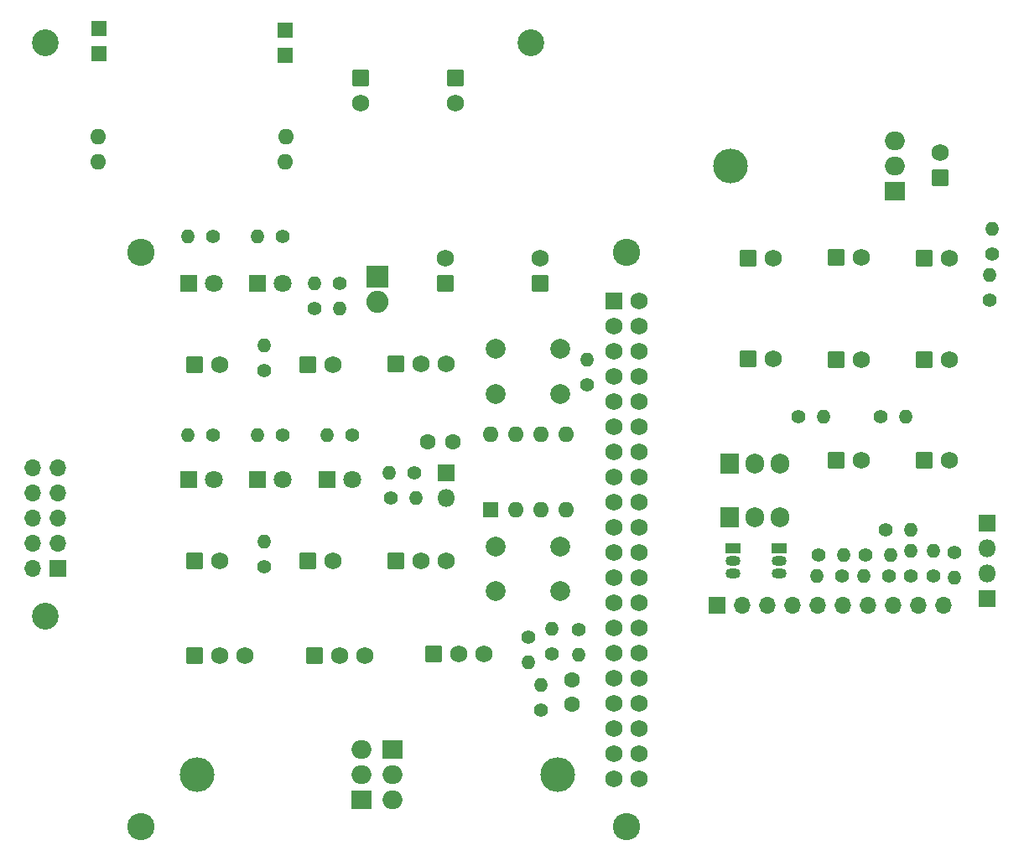
<source format=gbs>
%TF.GenerationSoftware,KiCad,Pcbnew,(6.0.7)*%
%TF.CreationDate,2022-08-29T12:50:00+02:00*%
%TF.ProjectId,pi_shield,70695f73-6869-4656-9c64-2e6b69636164,rev?*%
%TF.SameCoordinates,Original*%
%TF.FileFunction,Soldermask,Bot*%
%TF.FilePolarity,Negative*%
%FSLAX46Y46*%
G04 Gerber Fmt 4.6, Leading zero omitted, Abs format (unit mm)*
G04 Created by KiCad (PCBNEW (6.0.7)) date 2022-08-29 12:50:00*
%MOMM*%
%LPD*%
G01*
G04 APERTURE LIST*
G04 Aperture macros list*
%AMRoundRect*
0 Rectangle with rounded corners*
0 $1 Rounding radius*
0 $2 $3 $4 $5 $6 $7 $8 $9 X,Y pos of 4 corners*
0 Add a 4 corners polygon primitive as box body*
4,1,4,$2,$3,$4,$5,$6,$7,$8,$9,$2,$3,0*
0 Add four circle primitives for the rounded corners*
1,1,$1+$1,$2,$3*
1,1,$1+$1,$4,$5*
1,1,$1+$1,$6,$7*
1,1,$1+$1,$8,$9*
0 Add four rect primitives between the rounded corners*
20,1,$1+$1,$2,$3,$4,$5,0*
20,1,$1+$1,$4,$5,$6,$7,0*
20,1,$1+$1,$6,$7,$8,$9,0*
20,1,$1+$1,$8,$9,$2,$3,0*%
G04 Aperture macros list end*
%ADD10C,1.740000*%
%ADD11RoundRect,0.250000X0.620000X-0.620000X0.620000X0.620000X-0.620000X0.620000X-0.620000X-0.620000X0*%
%ADD12C,1.400000*%
%ADD13O,1.400000X1.400000*%
%ADD14O,2.000000X1.905000*%
%ADD15R,2.000000X1.905000*%
%ADD16O,3.500000X3.500000*%
%ADD17C,2.700000*%
%ADD18C,2.750000*%
%ADD19R,1.750000X1.750000*%
%ADD20C,1.750000*%
%ADD21R,1.500000X1.050000*%
%ADD22O,1.500000X1.050000*%
%ADD23R,1.800000X1.800000*%
%ADD24C,1.800000*%
%ADD25RoundRect,0.250000X-0.620000X-0.620000X0.620000X-0.620000X0.620000X0.620000X-0.620000X0.620000X0*%
%ADD26R,1.905000X2.000000*%
%ADD27O,1.905000X2.000000*%
%ADD28R,1.600000X1.600000*%
%ADD29O,1.600000X1.600000*%
%ADD30RoundRect,0.250000X-0.620000X0.620000X-0.620000X-0.620000X0.620000X-0.620000X0.620000X0.620000X0*%
%ADD31O,1.800000X1.800000*%
%ADD32C,1.600000*%
%ADD33C,2.000000*%
%ADD34R,2.240000X2.240000*%
%ADD35O,2.240000X2.240000*%
%ADD36R,1.700000X1.700000*%
%ADD37O,1.700000X1.700000*%
G04 APERTURE END LIST*
D10*
%TO.C,J25*%
X198386000Y-50165000D03*
D11*
X198386000Y-52705000D03*
%TD*%
D12*
%TO.C,R27*%
X203454000Y-65101000D03*
D13*
X203454000Y-62561000D03*
%TD*%
D14*
%TO.C,Q7*%
X193888000Y-49022000D03*
X193888000Y-51562000D03*
D15*
X193888000Y-54102000D03*
D16*
X177228000Y-51562000D03*
%TD*%
D12*
%TO.C,R28*%
X203708000Y-60402000D03*
D13*
X203708000Y-57862000D03*
%TD*%
D12*
%TO.C,R15*%
X159245000Y-100788000D03*
D13*
X159245000Y-98248000D03*
%TD*%
D17*
%TO.C,REF\u002A\u002A*%
X108051600Y-39065200D03*
%TD*%
D12*
%TO.C,R9*%
X125050000Y-78740000D03*
D13*
X122510000Y-78740000D03*
%TD*%
D18*
%TO.C,J7*%
X166720000Y-60280000D03*
X117720000Y-60280000D03*
X117720000Y-118280000D03*
X166720000Y-118280000D03*
D19*
X165450000Y-65150000D03*
D20*
X167990000Y-65150000D03*
X165450000Y-67690000D03*
X167990000Y-67690000D03*
X165450000Y-70230000D03*
X167990000Y-70230000D03*
X165450000Y-72770000D03*
X167990000Y-72770000D03*
X165450000Y-75310000D03*
X167990000Y-75310000D03*
X165450000Y-77850000D03*
X167990000Y-77850000D03*
X165450000Y-80390000D03*
X167990000Y-80390000D03*
X165450000Y-82930000D03*
X167990000Y-82930000D03*
X165450000Y-85470000D03*
X167990000Y-85470000D03*
X165450000Y-88010000D03*
X167990000Y-88010000D03*
X165450000Y-90550000D03*
X167990000Y-90550000D03*
X165450000Y-93090000D03*
X167990000Y-93090000D03*
X165450000Y-95630000D03*
X167990000Y-95630000D03*
X165450000Y-98170000D03*
X167990000Y-98170000D03*
X165450000Y-100710000D03*
X167990000Y-100710000D03*
X165450000Y-103250000D03*
X167990000Y-103250000D03*
X165450000Y-105790000D03*
X167990000Y-105790000D03*
X165450000Y-108330000D03*
X167990000Y-108330000D03*
X165450000Y-110870000D03*
X167990000Y-110870000D03*
X165450000Y-113410000D03*
X167990000Y-113410000D03*
%TD*%
D14*
%TO.C,Q1*%
X143170000Y-115570000D03*
X143170000Y-113030000D03*
D15*
X143170000Y-110490000D03*
D16*
X159830000Y-113030000D03*
%TD*%
D21*
%TO.C,Q6*%
X177520600Y-90119200D03*
D22*
X177520600Y-91389200D03*
X177520600Y-92659200D03*
%TD*%
D23*
%TO.C,D6*%
X122555000Y-63385000D03*
D24*
X125095000Y-63385000D03*
%TD*%
D25*
%TO.C,J12*%
X123185000Y-100965000D03*
D10*
X125725000Y-100965000D03*
X128265000Y-100965000D03*
%TD*%
D25*
%TO.C,J20*%
X187960000Y-71120000D03*
D10*
X190500000Y-71120000D03*
%TD*%
D25*
%TO.C,J5*%
X143510000Y-71525000D03*
D10*
X146050000Y-71525000D03*
X148590000Y-71525000D03*
%TD*%
D12*
%TO.C,R26*%
X186182000Y-90805000D03*
D13*
X188722000Y-90805000D03*
%TD*%
D12*
%TO.C,R12*%
X158115000Y-106515000D03*
D13*
X158115000Y-103975000D03*
%TD*%
D12*
%TO.C,R24*%
X188545000Y-92964000D03*
D13*
X186005000Y-92964000D03*
%TD*%
D12*
%TO.C,R16*%
X161925000Y-98348000D03*
D13*
X161925000Y-100888000D03*
%TD*%
D12*
%TO.C,R1*%
X135305000Y-65925000D03*
D13*
X137845000Y-65925000D03*
%TD*%
D25*
%TO.C,J18*%
X187960000Y-60730000D03*
D10*
X190500000Y-60730000D03*
%TD*%
D25*
%TO.C,J2*%
X134620000Y-91440000D03*
D10*
X137160000Y-91440000D03*
%TD*%
D12*
%TO.C,R13*%
X156845000Y-99110000D03*
D13*
X156845000Y-101650000D03*
%TD*%
D26*
%TO.C,Q3*%
X177165000Y-81590000D03*
D27*
X179705000Y-81590000D03*
X182245000Y-81590000D03*
%TD*%
D25*
%TO.C,J14*%
X196850000Y-81280000D03*
D10*
X199390000Y-81280000D03*
%TD*%
D12*
%TO.C,R6*%
X132085000Y-78740000D03*
D13*
X129545000Y-78740000D03*
%TD*%
D28*
%TO.C,U1*%
X153045000Y-86235000D03*
D29*
X155585000Y-86235000D03*
X158125000Y-86235000D03*
X160665000Y-86235000D03*
X160665000Y-78615000D03*
X158125000Y-78615000D03*
X155585000Y-78615000D03*
X153045000Y-78615000D03*
%TD*%
D30*
%TO.C,J24*%
X149467000Y-42672000D03*
D10*
X149467000Y-45212000D03*
%TD*%
D11*
%TO.C,J8*%
X158000000Y-63385000D03*
D10*
X158000000Y-60845000D03*
%TD*%
D23*
%TO.C,D4*%
X148595000Y-82550000D03*
D31*
X148595000Y-85090000D03*
%TD*%
D12*
%TO.C,R4*%
X145370000Y-82550000D03*
D13*
X142830000Y-82550000D03*
%TD*%
D23*
%TO.C,D8*%
X203200000Y-87601000D03*
D31*
X203200000Y-90141000D03*
%TD*%
D25*
%TO.C,J21*%
X179070000Y-71005000D03*
D10*
X181610000Y-71005000D03*
%TD*%
D12*
%TO.C,R21*%
X197739000Y-92964000D03*
D13*
X197739000Y-90424000D03*
%TD*%
D12*
%TO.C,R22*%
X195503000Y-92964000D03*
D13*
X195503000Y-90424000D03*
%TD*%
D17*
%TO.C,REF\u002A\u002A*%
X157099000Y-39090600D03*
%TD*%
D25*
%TO.C,J16*%
X179070000Y-60845000D03*
D10*
X181610000Y-60845000D03*
%TD*%
D23*
%TO.C,D5*%
X122555000Y-83185000D03*
D24*
X125095000Y-83185000D03*
%TD*%
D25*
%TO.C,J3*%
X123190000Y-71640000D03*
D10*
X125730000Y-71640000D03*
%TD*%
D23*
%TO.C,D3*%
X129545000Y-83185000D03*
D24*
X132085000Y-83185000D03*
%TD*%
D32*
%TO.C,C2*%
X146725000Y-79375000D03*
X149225000Y-79375000D03*
%TD*%
D28*
%TO.C,U2*%
X132334000Y-37782500D03*
X132334000Y-40322500D03*
D29*
X132359400Y-48577500D03*
X132334000Y-51117500D03*
D28*
X113538000Y-37655500D03*
X113538000Y-40195500D03*
D29*
X113411000Y-51117500D03*
X113436400Y-48577500D03*
%TD*%
D12*
%TO.C,R3*%
X142930000Y-85090000D03*
D13*
X145470000Y-85090000D03*
%TD*%
D12*
%TO.C,R8*%
X130175000Y-92025000D03*
D13*
X130175000Y-89485000D03*
%TD*%
D12*
%TO.C,R25*%
X190881000Y-90805000D03*
D13*
X193421000Y-90805000D03*
%TD*%
D25*
%TO.C,J4*%
X123190000Y-91440000D03*
D10*
X125730000Y-91440000D03*
%TD*%
D25*
%TO.C,J11*%
X135250000Y-100965000D03*
D10*
X137790000Y-100965000D03*
X140330000Y-100965000D03*
%TD*%
D12*
%TO.C,R11*%
X162814000Y-73660000D03*
D13*
X162814000Y-71120000D03*
%TD*%
D23*
%TO.C,D1*%
X129535000Y-63385000D03*
D24*
X132075000Y-63385000D03*
%TD*%
D33*
%TO.C,SW1*%
X160095000Y-89940000D03*
X153595000Y-89940000D03*
X153595000Y-94440000D03*
X160095000Y-94440000D03*
%TD*%
D23*
%TO.C,D9*%
X203200000Y-95250000D03*
D31*
X203200000Y-92710000D03*
%TD*%
D12*
%TO.C,R5*%
X132030000Y-58674000D03*
D13*
X129490000Y-58674000D03*
%TD*%
D25*
%TO.C,J10*%
X147320000Y-100850000D03*
D10*
X149860000Y-100850000D03*
X152400000Y-100850000D03*
%TD*%
D12*
%TO.C,R20*%
X192963000Y-88265000D03*
D13*
X195503000Y-88265000D03*
%TD*%
D12*
%TO.C,R14*%
X139070000Y-78740000D03*
D13*
X136530000Y-78740000D03*
%TD*%
D11*
%TO.C,J9*%
X148475000Y-63385000D03*
D10*
X148475000Y-60845000D03*
%TD*%
D12*
%TO.C,R10*%
X125045000Y-58674000D03*
D13*
X122505000Y-58674000D03*
%TD*%
D34*
%TO.C,D2*%
X141605000Y-62750000D03*
D35*
X141605000Y-65290000D03*
%TD*%
D12*
%TO.C,R2*%
X137845000Y-63385000D03*
D13*
X135305000Y-63385000D03*
%TD*%
D12*
%TO.C,R17*%
X192455000Y-76835000D03*
D13*
X194995000Y-76835000D03*
%TD*%
D25*
%TO.C,J15*%
X187960000Y-81280000D03*
D10*
X190500000Y-81280000D03*
%TD*%
D25*
%TO.C,J6*%
X143510000Y-91440000D03*
D10*
X146050000Y-91440000D03*
X148590000Y-91440000D03*
%TD*%
D33*
%TO.C,SW2*%
X153595000Y-70025000D03*
X160095000Y-70025000D03*
X153595000Y-74525000D03*
X160095000Y-74525000D03*
%TD*%
D17*
%TO.C,REF\u002A\u002A*%
X108077000Y-97028000D03*
%TD*%
D12*
%TO.C,R19*%
X199898000Y-90551000D03*
D13*
X199898000Y-93091000D03*
%TD*%
D26*
%TO.C,Q4*%
X177165000Y-86995000D03*
D27*
X179705000Y-86995000D03*
X182245000Y-86995000D03*
%TD*%
D12*
%TO.C,R18*%
X184150000Y-76835000D03*
D13*
X186690000Y-76835000D03*
%TD*%
D25*
%TO.C,J19*%
X196850000Y-71120000D03*
D10*
X199390000Y-71120000D03*
%TD*%
D36*
%TO.C,J13*%
X175895000Y-95885000D03*
D37*
X178435000Y-95885000D03*
X180975000Y-95885000D03*
X183515000Y-95885000D03*
X186055000Y-95885000D03*
X188595000Y-95885000D03*
X191135000Y-95885000D03*
X193675000Y-95885000D03*
X196215000Y-95885000D03*
X198755000Y-95885000D03*
%TD*%
D25*
%TO.C,J1*%
X134620000Y-71640000D03*
D10*
X137160000Y-71640000D03*
%TD*%
D30*
%TO.C,J23*%
X139942000Y-42672000D03*
D10*
X139942000Y-45212000D03*
%TD*%
D25*
%TO.C,J17*%
X196850000Y-60845000D03*
D10*
X199390000Y-60845000D03*
%TD*%
D21*
%TO.C,Q5*%
X182176000Y-90113000D03*
D22*
X182176000Y-91383000D03*
X182176000Y-92653000D03*
%TD*%
D12*
%TO.C,R23*%
X193244000Y-92964000D03*
D13*
X190704000Y-92964000D03*
%TD*%
D14*
%TO.C,Q2*%
X140040000Y-110490000D03*
X140040000Y-113030000D03*
D15*
X140040000Y-115570000D03*
D16*
X123380000Y-113030000D03*
%TD*%
D32*
%TO.C,C1*%
X161290000Y-105930000D03*
X161290000Y-103430000D03*
%TD*%
D12*
%TO.C,R7*%
X130175000Y-72225000D03*
D13*
X130175000Y-69685000D03*
%TD*%
D23*
%TO.C,D7*%
X136525000Y-83185000D03*
D24*
X139065000Y-83185000D03*
%TD*%
D36*
%TO.C,J22*%
X109367000Y-92172000D03*
D37*
X106827000Y-92172000D03*
X109367000Y-89632000D03*
X106827000Y-89632000D03*
X109367000Y-87092000D03*
X106827000Y-87092000D03*
X109367000Y-84552000D03*
X106827000Y-84552000D03*
X109367000Y-82012000D03*
X106827000Y-82012000D03*
%TD*%
M02*

</source>
